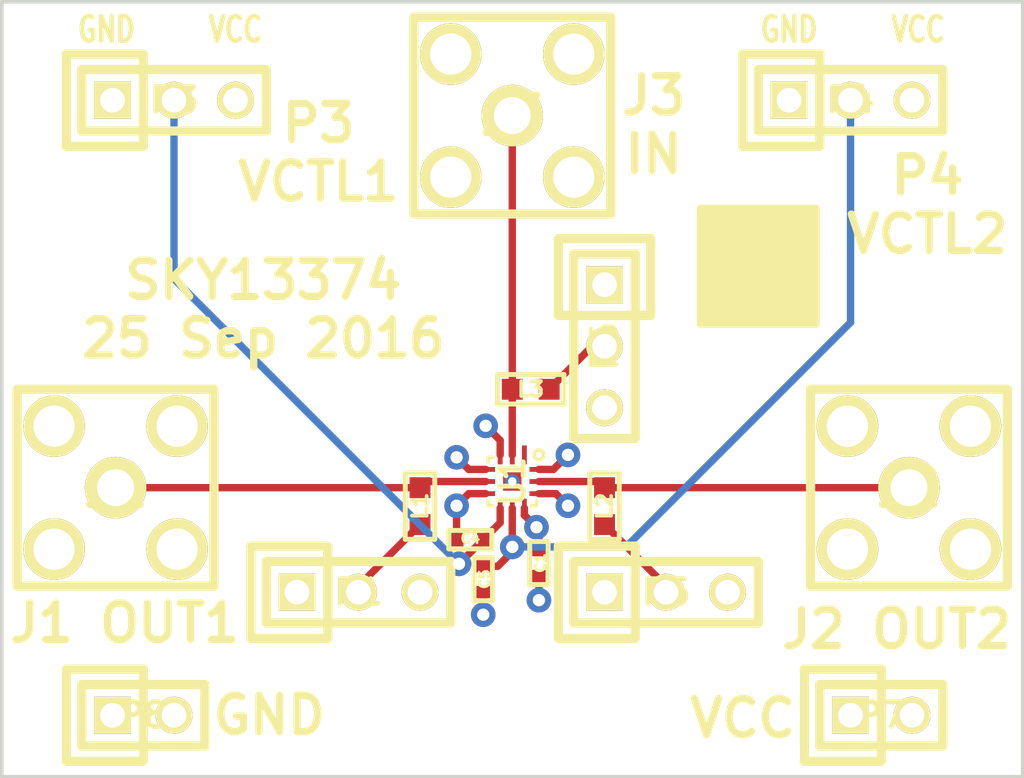
<source format=kicad_pcb>
(kicad_pcb (version 20221018) (generator pcbnew)
  (layers (0 "F.Cu" signal "C1F.Cu") (1 "In1.Cu" signal "C2.Cu") (2 "In2.Cu" signal "C3.Cu") (31 "B.Cu" signal "C4B.Cu") (34 "B.Paste" user) (35 "F.Paste" user) (36 "B.SilkS" user "B.Silkscreen") (37 "F.SilkS" user "F.Silkscreen") (38 "B.Mask" user) (39 "F.Mask" user) (44 "Edge.Cuts" user))
  (net 0 "")
  (net 1 "GND")
  (net 2 "VCC")
  (net 3 "Net-(C4-Pad1)")
  (net 4 "Net-(C5-Pad2)")
  (net 5 "Net-(L1-Pad1)")
  (net 6 "Net-(L2-Pad1)")
  (net 7 "Net-(L3-Pad1)")
  (net 8 "Net-(J1-Pad1)")
  (net 9 "Net-(J2-Pad1)")
  (net 10 "Net-(J3-Pad1)")
  (footprint "gsg-modules:0402" (layer "F.Cu") (at 153.5 104.9666 90)
    (fp_text reference "C1" (at 0 0.0508 90) (layer "F.SilkS") (effects (font (size 0.4064 0.4064) (thickness 0.1016))))
    (fp_text value "100nF" hide)
    (fp_line (start -0.889 -0.381) (end 0.889 -0.381) (stroke (width 0.2032)) (layer "F.SilkS"))
    (fp_line (start -0.889 0.381) (end -0.889 -0.381) (stroke (width 0.2032)) (layer "F.SilkS"))
    (fp_line (start 0.889 -0.381) (end 0.889 0.381) (stroke (width 0.2032)) (layer "F.SilkS"))
    (fp_line (start 0.889 0.381) (end -0.889 0.381) (stroke (width 0.2032)) (layer "F.SilkS"))
    (pad "1" smd rect (at -0.5334 0 90) (size 0.508 0.5588) (layers "F.Cu" "F.Paste" "F.Mask") (net 1 "GND"))
    (pad "2" smd rect (at 0.5334 0 90) (size 0.508 0.5588) (layers "F.Cu" "F.Paste" "F.Mask") (net 2 "VCC"))
  )
  (footprint "gsg-modules:SMA-VERTICAL" (layer "F.Cu") (at 136.017 101.854)
    (fp_text reference "J1" (at 0 0) (layer "F.SilkS") (effects (font (size 1.524 1.524) (thickness 0.3048))))
    (fp_text value "SMA" hide)
    (fp_line (start -4.064 -4.064) (end -4.064 4.064) (stroke (width 0.381)) (layer "F.SilkS"))
    (fp_line (start -4.064 4.064) (end 4.064 4.064) (stroke (width 0.381)) (layer "F.SilkS"))
    (fp_line (start 4.064 -4.064) (end -4.064 -4.064) (stroke (width 0.381)) (layer "F.SilkS"))
    (fp_line (start 4.064 4.064) (end 4.064 -4.064) (stroke (width 0.381)) (layer "F.SilkS"))
    (pad "1" thru_hole circle (at 0 0) (size 2.54 2.54) (drill 1.524) (layers "*.Cu" "*.Mask" "F.SilkS") (net 8 "Net-(J1-Pad1)"))
    (pad "2" thru_hole circle (at -2.54 -2.54) (size 2.54 2.54) (drill 1.7018) (layers "*.Cu" "*.Mask" "F.SilkS") (net 1 "GND"))
    (pad "2" thru_hole circle (at -2.54 2.54) (size 2.54 2.54) (drill 1.7018) (layers "*.Cu" "*.Mask" "F.SilkS") (net 1 "GND"))
    (pad "2" thru_hole circle (at 2.54 -2.54) (size 2.54 2.54) (drill 1.7018) (layers "*.Cu" "*.Mask" "F.SilkS") (net 1 "GND"))
    (pad "2" thru_hole circle (at 2.54 2.54) (size 2.54 2.54) (drill 1.7018) (layers "*.Cu" "*.Mask" "F.SilkS") (net 1 "GND"))
  )
  (footprint "gsg-modules:SMA-VERTICAL" (layer "F.Cu") (at 168.783 101.854)
    (fp_text reference "J2" (at 0 0) (layer "F.SilkS") (effects (font (size 1.524 1.524) (thickness 0.3048))))
    (fp_text value "SMA" hide)
    (fp_line (start -4.064 -4.064) (end -4.064 4.064) (stroke (width 0.381)) (layer "F.SilkS"))
    (fp_line (start -4.064 4.064) (end 4.064 4.064) (stroke (width 0.381)) (layer "F.SilkS"))
    (fp_line (start 4.064 -4.064) (end -4.064 -4.064) (stroke (width 0.381)) (layer "F.SilkS"))
    (fp_line (start 4.064 4.064) (end 4.064 -4.064) (stroke (width 0.381)) (layer "F.SilkS"))
    (pad "1" thru_hole circle (at 0 0) (size 2.54 2.54) (drill 1.524) (layers "*.Cu" "*.Mask" "F.SilkS") (net 9 "Net-(J2-Pad1)"))
    (pad "2" thru_hole circle (at -2.54 -2.54) (size 2.54 2.54) (drill 1.7018) (layers "*.Cu" "*.Mask" "F.SilkS") (net 1 "GND"))
    (pad "2" thru_hole circle (at -2.54 2.54) (size 2.54 2.54) (drill 1.7018) (layers "*.Cu" "*.Mask" "F.SilkS") (net 1 "GND"))
    (pad "2" thru_hole circle (at 2.54 -2.54) (size 2.54 2.54) (drill 1.7018) (layers "*.Cu" "*.Mask" "F.SilkS") (net 1 "GND"))
    (pad "2" thru_hole circle (at 2.54 2.54) (size 2.54 2.54) (drill 1.7018) (layers "*.Cu" "*.Mask" "F.SilkS") (net 1 "GND"))
  )
  (footprint "gsg-modules:SMA-VERTICAL" (layer "F.Cu") (at 152.4 86.487)
    (fp_text reference "J3" (at 0 0) (layer "F.SilkS") (effects (font (size 1.524 1.524) (thickness 0.3048))))
    (fp_text value "SMA" hide)
    (fp_line (start -4.064 -4.064) (end -4.064 4.064) (stroke (width 0.381)) (layer "F.SilkS"))
    (fp_line (start -4.064 4.064) (end 4.064 4.064) (stroke (width 0.381)) (layer "F.SilkS"))
    (fp_line (start 4.064 -4.064) (end -4.064 -4.064) (stroke (width 0.381)) (layer "F.SilkS"))
    (fp_line (start 4.064 4.064) (end 4.064 -4.064) (stroke (width 0.381)) (layer "F.SilkS"))
    (pad "1" thru_hole circle (at 0 0) (size 2.54 2.54) (drill 1.524) (layers "*.Cu" "*.Mask" "F.SilkS") (net 10 "Net-(J3-Pad1)"))
    (pad "2" thru_hole circle (at -2.54 -2.54) (size 2.54 2.54) (drill 1.7018) (layers "*.Cu" "*.Mask" "F.SilkS") (net 1 "GND"))
    (pad "2" thru_hole circle (at -2.54 2.54) (size 2.54 2.54) (drill 1.7018) (layers "*.Cu" "*.Mask" "F.SilkS") (net 1 "GND"))
    (pad "2" thru_hole circle (at 2.54 -2.54) (size 2.54 2.54) (drill 1.7018) (layers "*.Cu" "*.Mask" "F.SilkS") (net 1 "GND"))
    (pad "2" thru_hole circle (at 2.54 2.54) (size 2.54 2.54) (drill 1.7018) (layers "*.Cu" "*.Mask" "F.SilkS") (net 1 "GND"))
  )
  (footprint "gsg-modules:HEADER-1x3" (layer "F.Cu") (at 146.05 106.172)
    (fp_text reference "P1" (at 0 0) (layer "F.SilkS") (effects (font (size 1.016 1.016) (thickness 0.2032))))
    (fp_text value "CONN_01X03" hide)
    (fp_line (start -4.445 -1.905) (end -4.445 1.905) (stroke (width 0.381)) (layer "F.SilkS"))
    (fp_line (start -4.445 1.905) (end -1.27 1.905) (stroke (width 0.381)) (layer "F.SilkS"))
    (fp_line (start -3.81 -1.27) (end -3.81 1.27) (stroke (width 0.381)) (layer "F.SilkS"))
    (fp_line (start -3.81 -1.27) (end 3.81 -1.27) (stroke (width 0.381)) (layer "F.SilkS"))
    (fp_line (start -1.27 -1.905) (end -4.445 -1.905) (stroke (width 0.381)) (layer "F.SilkS"))
    (fp_line (start -1.27 1.905) (end -1.27 -1.905) (stroke (width 0.381)) (layer "F.SilkS"))
    (fp_line (start 3.81 -1.27) (end 3.81 1.27) (stroke (width 0.381)) (layer "F.SilkS"))
    (fp_line (start 3.81 1.27) (end -3.81 1.27) (stroke (width 0.381)) (layer "F.SilkS"))
    (pad "1" thru_hole rect (at -2.54 0) (size 1.524 1.524) (drill 1.016) (layers "*.Cu" "*.Mask" "F.SilkS") (net 1 "GND"))
    (pad "2" thru_hole circle (at 0 0) (size 1.524 1.524) (drill 1.016) (layers "*.Cu" "*.Mask" "F.SilkS") (net 5 "Net-(L1-Pad1)"))
    (pad "3" thru_hole circle (at 2.54 0) (size 1.524 1.524) (drill 1.016) (layers "*.Cu" "*.Mask" "F.SilkS") (net 2 "VCC"))
  )
  (footprint "gsg-modules:HEADER-1x3" (layer "F.Cu") (at 138.43 85.852)
    (fp_text reference "P3" (at 0 0) (layer "F.SilkS") (effects (font (size 1.016 1.016) (thickness 0.2032))))
    (fp_text value "CONN_01X03" hide)
    (fp_line (start -4.445 -1.905) (end -4.445 1.905) (stroke (width 0.381)) (layer "F.SilkS"))
    (fp_line (start -4.445 1.905) (end -1.27 1.905) (stroke (width 0.381)) (layer "F.SilkS"))
    (fp_line (start -3.81 -1.27) (end -3.81 1.27) (stroke (width 0.381)) (layer "F.SilkS"))
    (fp_line (start -3.81 -1.27) (end 3.81 -1.27) (stroke (width 0.381)) (layer "F.SilkS"))
    (fp_line (start -1.27 -1.905) (end -4.445 -1.905) (stroke (width 0.381)) (layer "F.SilkS"))
    (fp_line (start -1.27 1.905) (end -1.27 -1.905) (stroke (width 0.381)) (layer "F.SilkS"))
    (fp_line (start 3.81 -1.27) (end 3.81 1.27) (stroke (width 0.381)) (layer "F.SilkS"))
    (fp_line (start 3.81 1.27) (end -3.81 1.27) (stroke (width 0.381)) (layer "F.SilkS"))
    (pad "1" thru_hole rect (at -2.54 0) (size 1.524 1.524) (drill 1.016) (layers "*.Cu" "*.Mask" "F.SilkS") (net 1 "GND"))
    (pad "2" thru_hole circle (at 0 0) (size 1.524 1.524) (drill 1.016) (layers "*.Cu" "*.Mask" "F.SilkS") (net 3 "Net-(C4-Pad1)"))
    (pad "3" thru_hole circle (at 2.54 0) (size 1.524 1.524) (drill 1.016) (layers "*.Cu" "*.Mask" "F.SilkS") (net 2 "VCC"))
  )
  (footprint "gsg-modules:HEADER-1x3" (layer "F.Cu") (at 166.37 85.852)
    (fp_text reference "P4" (at 0 0) (layer "F.SilkS") (effects (font (size 1.016 1.016) (thickness 0.2032))))
    (fp_text value "CONN_01X03" hide)
    (fp_line (start -4.445 -1.905) (end -4.445 1.905) (stroke (width 0.381)) (layer "F.SilkS"))
    (fp_line (start -4.445 1.905) (end -1.27 1.905) (stroke (width 0.381)) (layer "F.SilkS"))
    (fp_line (start -3.81 -1.27) (end -3.81 1.27) (stroke (width 0.381)) (layer "F.SilkS"))
    (fp_line (start -3.81 -1.27) (end 3.81 -1.27) (stroke (width 0.381)) (layer "F.SilkS"))
    (fp_line (start -1.27 -1.905) (end -4.445 -1.905) (stroke (width 0.381)) (layer "F.SilkS"))
    (fp_line (start -1.27 1.905) (end -1.27 -1.905) (stroke (width 0.381)) (layer "F.SilkS"))
    (fp_line (start 3.81 -1.27) (end 3.81 1.27) (stroke (width 0.381)) (layer "F.SilkS"))
    (fp_line (start 3.81 1.27) (end -3.81 1.27) (stroke (width 0.381)) (layer "F.SilkS"))
    (pad "1" thru_hole rect (at -2.54 0) (size 1.524 1.524) (drill 1.016) (layers "*.Cu" "*.Mask" "F.SilkS") (net 1 "GND"))
    (pad "2" thru_hole circle (at 0 0) (size 1.524 1.524) (drill 1.016) (layers "*.Cu" "*.Mask" "F.SilkS") (net 4 "Net-(C5-Pad2)"))
    (pad "3" thru_hole circle (at 2.54 0) (size 1.524 1.524) (drill 1.016) (layers "*.Cu" "*.Mask" "F.SilkS") (net 2 "VCC"))
  )
  (footprint "gsg-modules:HEADER-1x3" (layer "F.Cu") (at 158.75 106.172)
    (fp_text reference "P5" (at 0 0) (layer "F.SilkS") (effects (font (size 1.016 1.016) (thickness 0.2032))))
    (fp_text value "CONN_01X03" hide)
    (fp_line (start -4.445 -1.905) (end -4.445 1.905) (stroke (width 0.381)) (layer "F.SilkS"))
    (fp_line (start -4.445 1.905) (end -1.27 1.905) (stroke (width 0.381)) (layer "F.SilkS"))
    (fp_line (start -3.81 -1.27) (end -3.81 1.27) (stroke (width 0.381)) (layer "F.SilkS"))
    (fp_line (start -3.81 -1.27) (end 3.81 -1.27) (stroke (width 0.381)) (layer "F.SilkS"))
    (fp_line (start -1.27 -1.905) (end -4.445 -1.905) (stroke (width 0.381)) (layer "F.SilkS"))
    (fp_line (start -1.27 1.905) (end -1.27 -1.905) (stroke (width 0.381)) (layer "F.SilkS"))
    (fp_line (start 3.81 -1.27) (end 3.81 1.27) (stroke (width 0.381)) (layer "F.SilkS"))
    (fp_line (start 3.81 1.27) (end -3.81 1.27) (stroke (width 0.381)) (layer "F.SilkS"))
    (pad "1" thru_hole rect (at -2.54 0) (size 1.524 1.524) (drill 1.016) (layers "*.Cu" "*.Mask" "F.SilkS") (net 1 "GND"))
    (pad "2" thru_hole circle (at 0 0) (size 1.524 1.524) (drill 1.016) (layers "*.Cu" "*.Mask" "F.SilkS") (net 6 "Net-(L2-Pad1)"))
    (pad "3" thru_hole circle (at 2.54 0) (size 1.524 1.524) (drill 1.016) (layers "*.Cu" "*.Mask" "F.SilkS") (net 2 "VCC"))
  )
  (footprint "gsg-modules:HEADER-1x3" (layer "F.Cu") (at 156.21 96.012 -90)
    (fp_text reference "P6" (at 0 0 270) (layer "F.SilkS") (effects (font (size 1.016 1.016) (thickness 0.2032))))
    (fp_text value "CONN_01X03" hide)
    (fp_line (start -4.445 -1.905) (end -4.445 1.905) (stroke (width 0.381)) (layer "F.SilkS"))
    (fp_line (start -4.445 1.905) (end -1.27 1.905) (stroke (width 0.381)) (layer "F.SilkS"))
    (fp_line (start -3.81 -1.27) (end -3.81 1.27) (stroke (width 0.381)) (layer "F.SilkS"))
    (fp_line (start -3.81 -1.27) (end 3.81 -1.27) (stroke (width 0.381)) (layer "F.SilkS"))
    (fp_line (start -1.27 -1.905) (end -4.445 -1.905) (stroke (width 0.381)) (layer "F.SilkS"))
    (fp_line (start -1.27 1.905) (end -1.27 -1.905) (stroke (width 0.381)) (layer "F.SilkS"))
    (fp_line (start 3.81 -1.27) (end 3.81 1.27) (stroke (width 0.381)) (layer "F.SilkS"))
    (fp_line (start 3.81 1.27) (end -3.81 1.27) (stroke (width 0.381)) (layer "F.SilkS"))
    (pad "1" thru_hole rect (at -2.54 0 270) (size 1.524 1.524) (drill 1.016) (layers "*.Cu" "*.Mask" "F.SilkS") (net 1 "GND"))
    (pad "2" thru_hole circle (at 0 0 270) (size 1.524 1.524) (drill 1.016) (layers "*.Cu" "*.Mask" "F.SilkS") (net 7 "Net-(L3-Pad1)"))
    (pad "3" thru_hole circle (at 2.54 0 270) (size 1.524 1.524) (drill 1.016) (layers "*.Cu" "*.Mask" "F.SilkS") (net 2 "VCC"))
  )
  (footprint "gsg-modules:HEADER-1x2" (layer "F.Cu") (at 167.64 111.252)
    (fp_text reference "P7" (at 0 0) (layer "F.SilkS") (effects (font (size 1.016 1.016) (thickness 0.2032))))
    (fp_text value "CONN_01X02" hide)
    (fp_line (start -3.175 -1.905) (end -3.175 1.905) (stroke (width 0.381)) (layer "F.SilkS"))
    (fp_line (start -3.175 1.905) (end 0 1.905) (stroke (width 0.381)) (layer "F.SilkS"))
    (fp_line (start -2.54 -1.27) (end -2.54 1.27) (stroke (width 0.381)) (layer "F.SilkS"))
    (fp_line (start -2.54 -1.27) (end 2.54 -1.27) (stroke (width 0.381)) (layer "F.SilkS"))
    (fp_line (start 0 -1.905) (end -3.175 -1.905) (stroke (width 0.381)) (layer "F.SilkS"))
    (fp_line (start 0 1.905) (end 0 -1.905) (stroke (width 0.381)) (layer "F.SilkS"))
    (fp_line (start 2.54 -1.27) (end 2.54 1.27) (stroke (width 0.381)) (layer "F.SilkS"))
    (fp_line (start 2.54 1.27) (end -2.54 1.27) (stroke (width 0.381)) (layer "F.SilkS"))
    (pad "1" thru_hole rect (at -1.27 0) (size 1.524 1.524) (drill 1.016) (layers "*.Cu" "*.Mask" "F.SilkS") (net 2 "VCC"))
    (pad "2" thru_hole circle (at 1.27 0) (size 1.524 1.524) (drill 1.016) (layers "*.Cu" "*.Mask" "F.SilkS") (net 2 "VCC"))
  )
  (footprint "gsg-modules:HEADER-1x2" (layer "F.Cu") (at 137.16 111.252)
    (fp_text reference "P8" (at 0 0) (layer "F.SilkS") (effects (font (size 1.016 1.016) (thickness 0.2032))))
    (fp_text value "CONN_01X02" hide)
    (fp_line (start -3.175 -1.905) (end -3.175 1.905) (stroke (width 0.381)) (layer "F.SilkS"))
    (fp_line (start -3.175 1.905) (end 0 1.905) (stroke (width 0.381)) (layer "F.SilkS"))
    (fp_line (start -2.54 -1.27) (end -2.54 1.27) (stroke (width 0.381)) (layer "F.SilkS"))
    (fp_line (start -2.54 -1.27) (end 2.54 -1.27) (stroke (width 0.381)) (layer "F.SilkS"))
    (fp_line (start 0 -1.905) (end -3.175 -1.905) (stroke (width 0.381)) (layer "F.SilkS"))
    (fp_line (start 0 1.905) (end 0 -1.905) (stroke (width 0.381)) (layer "F.SilkS"))
    (fp_line (start 2.54 -1.27) (end 2.54 1.27) (stroke (width 0.381)) (layer "F.SilkS"))
    (fp_line (start 2.54 1.27) (end -2.54 1.27) (stroke (width 0.381)) (layer "F.SilkS"))
    (pad "1" thru_hole rect (at -1.27 0) (size 1.524 1.524) (drill 1.016) (layers "*.Cu" "*.Mask" "F.SilkS") (net 1 "GND"))
    (pad "2" thru_hole circle (at 1.27 0) (size 1.524 1.524) (drill 1.016) (layers "*.Cu" "*.Mask" "F.SilkS") (net 1 "GND"))
  )
  (footprint "gsg-modules:0402" (layer "F.Cu") (at 150.6666 104 180)
    (fp_text reference "C4" (at 0 0.0508 180) (layer "F.SilkS") (effects (font (size 0.4064 0.4064) (thickness 0.1016))))
    (fp_text value "33pF" hide)
    (fp_line (start -0.889 -0.381) (end 0.889 -0.381) (stroke (width 0.2032)) (layer "F.SilkS"))
    (fp_line (start -0.889 0.381) (end -0.889 -0.381) (stroke (width 0.2032)) (layer "F.SilkS"))
    (fp_line (start 0.889 -0.381) (end 0.889 0.381) (stroke (width 0.2032)) (layer "F.SilkS"))
    (fp_line (start 0.889 0.381) (end -0.889 0.381) (stroke (width 0.2032)) (layer "F.SilkS"))
    (pad "1" smd rect (at -0.5334 0 180) (size 0.508 0.5588) (layers "F.Cu" "F.Paste" "F.Mask") (net 3 "Net-(C4-Pad1)"))
    (pad "2" smd rect (at 0.5334 0 180) (size 0.508 0.5588) (layers "F.Cu" "F.Paste" "F.Mask") (net 1 "GND"))
  )
  (footprint "gsg-modules:0402" (layer "F.Cu") (at 151.2 105.6334 90)
    (fp_text reference "C5" (at 0 0.0508 90) (layer "F.SilkS") (effects (font (size 0.4064 0.4064) (thickness 0.1016))))
    (fp_text value "33pF" hide)
    (fp_line (start -0.889 -0.381) (end 0.889 -0.381) (stroke (width 0.2032)) (layer "F.SilkS"))
    (fp_line (start -0.889 0.381) (end -0.889 -0.381) (stroke (width 0.2032)) (layer "F.SilkS"))
    (fp_line (start 0.889 -0.381) (end 0.889 0.381) (stroke (width 0.2032)) (layer "F.SilkS"))
    (fp_line (start 0.889 0.381) (end -0.889 0.381) (stroke (width 0.2032)) (layer "F.SilkS"))
    (pad "1" smd rect (at -0.5334 0 90) (size 0.508 0.5588) (layers "F.Cu" "F.Paste" "F.Mask") (net 1 "GND"))
    (pad "2" smd rect (at 0.5334 0 90) (size 0.508 0.5588) (layers "F.Cu" "F.Paste" "F.Mask") (net 4 "Net-(C5-Pad2)"))
  )
  (footprint "gsg-modules:0603" (layer "F.Cu") (at 148.59 102.616 90)
    (fp_text reference "L1" (at 0 0 90) (layer "F.SilkS") (effects (font (size 0.6096 0.6096) (thickness 0.1524))))
    (fp_text value "15uH" hide)
    (fp_line (start -1.3716 -0.6096) (end -1.3716 0.6096) (stroke (width 0.2032)) (layer "F.SilkS"))
    (fp_line (start -1.3716 0.6096) (end 1.3716 0.6096) (stroke (width 0.2032)) (layer "F.SilkS"))
    (fp_line (start 1.3716 -0.6096) (end -1.3716 -0.6096) (stroke (width 0.2032)) (layer "F.SilkS"))
    (fp_line (start 1.3716 0.6096) (end 1.3716 -0.6096) (stroke (width 0.2032)) (layer "F.SilkS"))
    (pad "1" smd rect (at -0.762 0 90) (size 0.8636 0.8636) (layers "F.Cu" "F.Paste" "F.Mask") (net 5 "Net-(L1-Pad1)") (clearance 0.1778))
    (pad "2" smd rect (at 0.762 0 90) (size 0.8636 0.8636) (layers "F.Cu" "F.Paste" "F.Mask") (net 8 "Net-(J1-Pad1)") (clearance 0.1778))
  )
  (footprint "gsg-modules:0603" (layer "F.Cu") (at 156.21 102.616 90)
    (fp_text reference "L2" (at 0 0 90) (layer "F.SilkS") (effects (font (size 0.6096 0.6096) (thickness 0.1524))))
    (fp_text value "15uH" hide)
    (fp_line (start -1.3716 -0.6096) (end -1.3716 0.6096) (stroke (width 0.2032)) (layer "F.SilkS"))
    (fp_line (start -1.3716 0.6096) (end 1.3716 0.6096) (stroke (width 0.2032)) (layer "F.SilkS"))
    (fp_line (start 1.3716 -0.6096) (end -1.3716 -0.6096) (stroke (width 0.2032)) (layer "F.SilkS"))
    (fp_line (start 1.3716 0.6096) (end 1.3716 -0.6096) (stroke (width 0.2032)) (layer "F.SilkS"))
    (pad "1" smd rect (at -0.762 0 90) (size 0.8636 0.8636) (layers "F.Cu" "F.Paste" "F.Mask") (net 6 "Net-(L2-Pad1)") (clearance 0.1778))
    (pad "2" smd rect (at 0.762 0 90) (size 0.8636 0.8636) (layers "F.Cu" "F.Paste" "F.Mask") (net 9 "Net-(J2-Pad1)") (clearance 0.1778))
  )
  (footprint "gsg-modules:0603" (layer "F.Cu") (at 153.162 97.79 180)
    (fp_text reference "L3" (at 0 0 180) (layer "F.SilkS") (effects (font (size 0.6096 0.6096) (thickness 0.1524))))
    (fp_text value "15uH" hide)
    (fp_line (start -1.3716 -0.6096) (end -1.3716 0.6096) (stroke (width 0.2032)) (layer "F.SilkS"))
    (fp_line (start -1.3716 0.6096) (end 1.3716 0.6096) (stroke (width 0.2032)) (layer "F.SilkS"))
    (fp_line (start 1.3716 -0.6096) (end -1.3716 -0.6096) (stroke (width 0.2032)) (layer "F.SilkS"))
    (fp_line (start 1.3716 0.6096) (end 1.3716 -0.6096) (stroke (width 0.2032)) (layer "F.SilkS"))
    (pad "1" smd rect (at -0.762 0 180) (size 0.8636 0.8636) (layers "F.Cu" "F.Paste" "F.Mask") (net 7 "Net-(L3-Pad1)") (clearance 0.1778))
    (pad "2" smd rect (at 0.762 0 180) (size 0.8636 0.8636) (layers "F.Cu" "F.Paste" "F.Mask") (net 10 "Net-(J3-Pad1)") (clearance 0.1778))
  )
  (footprint "gsg-modules:SKY13374-397LF" (layer "F.Cu") (at 152.4 101.6 -90)
    (fp_text reference "U1" (at 0 0 270) (layer "F.SilkS") (effects (font (thickness 0.2032))))
    (fp_text value "SKY13374" hide)
    (fp_line (start -1 1) (end -1 0.8) (stroke (width 0.15)) (layer "F.SilkS"))
    (fp_line (start -0.8 1) (end -1 1) (stroke (width 0.15)) (layer "F.SilkS"))
    (fp_line (start 0.8 -1) (end 1 -1) (stroke (width 0.15)) (layer "F.SilkS"))
    (fp_line (start 1 -1) (end 1 -0.8) (stroke (width 0.15)) (layer "F.SilkS"))
    (fp_line (start 1 0.8) (end 1 1) (stroke (width 0.15)) (layer "F.SilkS"))
    (fp_line (start 1 1) (end 0.8 1) (stroke (width 0.15)) (layer "F.SilkS"))
    (fp_circle (center -1.1 -1.1) (end -0.9 -1.1) (stroke (width 0.15)) (fill none) (layer "F.SilkS"))
    (pad "0" thru_hole circle (at 0 0 270) (size 0.6 0.6) (drill 0.35) (layers "*.Cu" "B.Mask") (net 1 "GND"))
    (pad "0" smd rect (at 0 0 270) (size 0.76 0.76) (layers "F.Cu" "F.Paste" "F.Mask") (net 1 "GND"))
    (pad "1" smd rect (at -1.1 -0.5 270) (size 0.78 0.2) (layers "F.Cu" "F.Paste" "F.Mask"))
    (pad "2" smd rect (at -1.1 0 270) (size 0.78 0.2) (layers "F.Cu" "F.Paste" "F.Mask") (net 10 "Net-(J3-Pad1)"))
    (pad "3" smd rect (at -1.1 0.5 270) (size 0.78 0.2) (layers "F.Cu" "F.Paste" "F.Mask") (net 1 "GND"))
    (pad "4" smd rect (at -0.5 1.1 270) (size 0.2 0.78) (layers "F.Cu" "F.Paste" "F.Mask") (net 1 "GND"))
    (pad "5" smd rect (at 0 1.1 270) (size 0.2 0.78) (layers "F.Cu" "F.Paste" "F.Mask") (net 8 "Net-(J1-Pad1)"))
    (pad "6" smd rect (at 0.5 1.1 270) (size 0.2 0.78) (layers "F.Cu" "F.Paste" "F.Mask") (net 1 "GND"))
    (pad "7" smd rect (at 1.1 0.5 270) (size 0.78 0.2) (layers "F.Cu" "F.Paste" "F.Mask") (net 3 "Net-(C4-Pad1)"))
    (pad "8" smd rect (at 1.1 0 270) (size 0.78 0.2) (layers "F.Cu" "F.Paste" "F.Mask") (net 4 "Net-(C5-Pad2)"))
    (pad "9" smd rect (at 1.1 -0.5 270) (size 0.78 0.2) (layers "F.Cu" "F.Paste" "F.Mask") (net 2 "VCC"))
    (pad "10" smd rect (at 0.5 -1.1 270) (size 0.2 0.78) (layers "F.Cu" "F.Paste" "F.Mask") (net 1 "GND"))
    (pad "11" smd rect (at 0 -1.1 270) (size 0.2 0.78) (layers "F.Cu" "F.Paste" "F.Mask") (net 9 "Net-(J2-Pad1)"))
    (pad "12" smd rect (at -0.5 -1.1 270) (size 0.2 0.78) (layers "F.Cu" "F.Paste" "F.Mask") (net 1 "GND"))
  )
  (gr_line (start 131.318 81.788) (end 173.482 81.788) (stroke (width 0.15)) (layer "Edge.Cuts"))
  (gr_line (start 131.318 113.792) (end 131.318 81.788) (stroke (width 0.15)) (layer "Edge.Cuts"))
  (gr_line (start 173.482 113.792) (end 131.318 113.792) (stroke (width 0.15)) (layer "Edge.Cuts"))
  (gr_line (start 173.482 81.788) (end 173.482 113.792) (stroke (width 0.15)) (layer "Edge.Cuts"))
  (gr_text "VCC" (at 169.164 82.931) (layer "F.SilkS") (effects (font (size 1.016 0.762) (thickness 0.1905))))
  (gr_text "GND" (at 163.83 82.931) (layer "F.SilkS") (effects (font (size 1.016 0.762) (thickness 0.1905))))
  (gr_text "J2 OUT2" (at 168.275 107.696) (layer "F.SilkS") (effects (font (size 1.5 1.5) (thickness 0.3))))
  (gr_text "SKY13374\n25 Sep 2016" (at 142.113 94.488) (layer "F.SilkS") (effects (font (size 1.5 1.5) (thickness 0.3))))
  (gr_text "P3\nVCTL1" (at 144.399 88.011) (layer "F.SilkS") (effects (font (size 1.5 1.5) (thickness 0.3))))
  (gr_text "VCC" (at 161.925 111.379) (layer "F.SilkS") (effects (font (size 1.5 1.5) (thickness 0.3))))
  (gr_text "J1 OUT1" (at 136.398 107.442) (layer "F.SilkS") (effects (font (size 1.5 1.5) (thickness 0.3))))
  (gr_text "GND" (at 135.636 82.931) (layer "F.SilkS") (effects (font (size 1.016 0.762) (thickness 0.1905))))
  (gr_text "VCC" (at 140.97 82.931) (layer "F.SilkS") (effects (font (size 1.016 0.762) (thickness 0.1905))))
  (gr_text "P4\nVCTL2" (at 169.545 90.17) (layer "F.SilkS") (effects (font (size 1.5 1.5) (thickness 0.3))))
  (gr_text "J3\nIN" (at 158.242 86.868) (layer "F.SilkS") (effects (font (size 1.5 1.5) (thickness 0.3))))
  (gr_text "GND" (at 142.367 111.252) (layer "F.SilkS") (effects (font (size 1.5 1.5) (thickness 0.3))))
  (segment (start 150.1 102.6) (end 150.1 103.9668) (width 0.3048) (layer "F.Cu") (net 1))
  (segment (start 154.1 101.1) (end 154.7 100.5) (width 0.3048) (layer "F.Cu") (net 1))
  (segment (start 150.6 102.1) (end 150.1 102.6) (width 0.3048) (layer "F.Cu") (net 1))
  (segment (start 153.5 102.1) (end 154.2 102.1) (width 0.3048) (layer "F.Cu") (net 1))
  (segment (start 153.5 101.1) (end 154.1 101.1) (width 0.3048) (layer "F.Cu") (net 1))
  (segment (start 150.6 101.1) (end 150.1 100.6) (width 0.3048) (layer "F.Cu") (net 1))
  (segment (start 151.9 99.9) (end 151.3 99.3) (width 0.3048) (layer "F.Cu") (net 1))
  (segment (start 153.5 105.5) (end 153.5 106.5) (width 0.3048) (layer "F.Cu") (net 1))
  (segment (start 151.3 101.1) (end 150.6 101.1) (width 0.3048) (layer "F.Cu") (net 1))
  (segment (start 151.9 100.5) (end 151.9 99.9) (width 0.3048) (layer "F.Cu") (net 1))
  (segment (start 154.2 102.1) (end 154.7 102.6) (width 0.3048) (layer "F.Cu") (net 1))
  (segment (start 150.1 103.9668) (end 150.1332 104) (width 0.3048) (layer "F.Cu") (net 1))
  (segment (start 151.3 102.1) (end 150.6 102.1) (width 0.3048) (layer "F.Cu") (net 1))
  (segment (start 151.2 106.1668) (end 151.2 107.1) (width 0.3048) (layer "F.Cu") (net 1))
  (via (at 154.7 102.6) (size 1.016) (drill 0.508) (layers "F.Cu" "B.Cu") (net 1))
  (via (at 150.1 100.6) (size 1.016) (drill 0.508) (layers "F.Cu" "B.Cu") (net 1))
  (via (at 154.7 100.5) (size 1.016) (drill 0.508) (layers "F.Cu" "B.Cu") (net 1))
  (via (at 151.2 107.1) (size 1.016) (drill 0.508) (layers "F.Cu" "B.Cu") (net 1))
  (via (at 151.3 99.3) (size 1.016) (drill 0.508) (layers "F.Cu" "B.Cu") (net 1))
  (via (at 150.1 102.6) (size 1.016) (drill 0.508) (layers "F.Cu" "B.Cu") (net 1))
  (via (at 153.5 106.5) (size 1.016) (drill 0.508) (layers "F.Cu" "B.Cu") (net 1))
  (segment (start 153.5 103.58718) (end 153.4 103.48718) (width 0.3048) (layer "F.Cu") (net 2))
  (segment (start 152.9 102.7) (end 152.9 102.99) (width 0.3048) (layer "F.Cu") (net 2))
  (segment (start 153.5 104.4332) (end 153.5 103.58718) (width 0.3048) (layer "F.Cu") (net 2))
  (segment (start 152.9 102.99) (end 153.39718 103.48718) (width 0.3048) (layer "F.Cu") (net 2))
  (segment (start 153.39718 103.48718) (end 153.4 103.48718) (width 0.3048) (layer "F.Cu") (net 2))
  (via (at 153.4 103.48718) (size 1.016) (drill 0.508) (layers "F.Cu" "B.Cu") (net 2))
  (segment (start 151.9 102.7) (end 151.9 103.3) (width 0.3048) (layer "F.Cu") (net 3))
  (segment (start 151.9 103.3) (end 151.2 104) (width 0.3048) (layer "F.Cu") (net 3))
  (segment (start 151.2 104) (end 150.2 105) (width 0.3048) (layer "F.Cu") (net 3))
  (via (at 150.2 105) (size 1.016) (drill 0.508) (layers "F.Cu" "B.Cu") (net 3))
  (segment (start 138.43 93.23) (end 138.43 85.852) (width 0.3048) (layer "B.Cu") (net 3))
  (segment (start 150.2 105) (end 138.43 93.23) (width 0.3048) (layer "B.Cu") (net 3))
  (segment (start 152.4 104.5) (end 152.4 104.3) (width 0.3048) (layer "F.Cu") (net 4))
  (segment (start 152.4 102.7) (end 152.4 104.3) (width 0.3048) (layer "F.Cu") (net 4))
  (segment (start 151.2 105.1) (end 151.8 105.1) (width 0.3048) (layer "F.Cu") (net 4))
  (segment (start 151.8 105.1) (end 152.4 104.5) (width 0.3048) (layer "F.Cu") (net 4))
  (via (at 152.4 104.3) (size 1.016) (drill 0.508) (layers "F.Cu" "B.Cu") (net 4))
  (segment (start 152.4 104.3) (end 157.1 104.3) (width 0.3048) (layer "B.Cu") (net 4))
  (segment (start 157.1 104.3) (end 166.37 95.03) (width 0.3048) (layer "B.Cu") (net 4))
  (segment (start 166.37 95.03) (end 166.37 85.852) (width 0.3048) (layer "B.Cu") (net 4))
  (segment (start 146.05 105.918) (end 148.59 103.378) (width 0.3048) (layer "F.Cu") (net 5))
  (segment (start 146.05 106.172) (end 146.05 105.918) (width 0.3048) (layer "F.Cu") (net 5))
  (segment (start 158.75 105.918) (end 156.21 103.378) (width 0.3048) (layer "F.Cu") (net 6))
  (segment (start 158.75 106.172) (end 158.75 105.918) (width 0.3048) (layer "F.Cu") (net 6))
  (segment (start 155.702 96.012) (end 153.924 97.79) (width 0.3048) (layer "F.Cu") (net 7))
  (segment (start 156.21 96.012) (end 155.702 96.012) (width 0.3048) (layer "F.Cu") (net 7))
  (segment (start 151.3 101.6) (end 148.844 101.6) (width 0.3048) (layer "F.Cu") (net 8))
  (segment (start 136.017 101.854) (end 148.59 101.854) (width 0.3048) (layer "F.Cu") (net 8))
  (segment (start 148.844 101.6) (end 148.59 101.854) (width 0.3048) (layer "F.Cu") (net 8))
  (segment (start 168.783 101.854) (end 156.21 101.854) (width 0.3048) (layer "F.Cu") (net 9))
  (segment (start 155.956 101.6) (end 156.21 101.854) (width 0.3048) (layer "F.Cu") (net 9))
  (segment (start 153.5 101.6) (end 155.956 101.6) (width 0.3048) (layer "F.Cu") (net 9))
  (segment (start 152.4 86.487) (end 152.4 97.79) (width 0.3048) (layer "F.Cu") (net 10))
  (segment (start 152.4 100.5) (end 152.4 97.79) (width 0.3048) (layer "F.Cu") (net 10))
  (zone (net 0) (net_name "") (layer "F.SilkS") (connect_pads (clearance 0.3048)) (min_thickness 0.254) (fill yes (thermal_gap 0.508) (thermal_bridge_width 0.508))
    (polygon (pts (xy 160.02 90.17) (xy 165.1 90.17) (xy 165.1 95.25) (xy 160.02 95.25)))
  )
)
</source>
